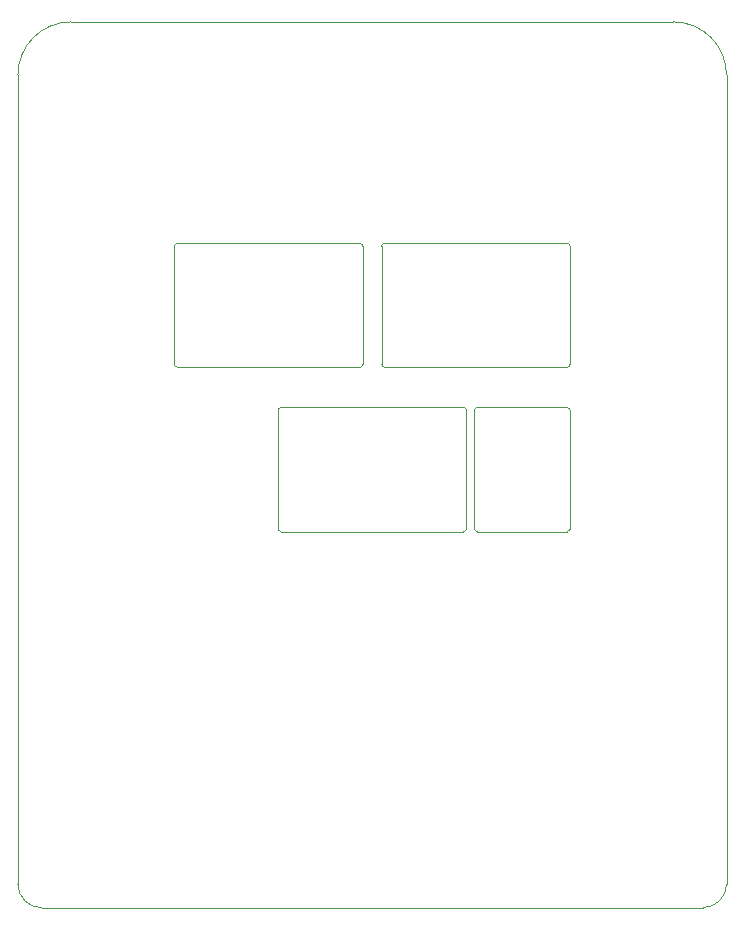
<source format=gbr>
%TF.GenerationSoftware,Altium Limited,Altium Designer,20.1.8 (145)*%
G04 Layer_Color=32896*
%FSLAX44Y44*%
%MOMM*%
%TF.SameCoordinates,602AE14E-E67F-4A72-A58A-C630FF545DDC*%
%TF.FilePolarity,Positive*%
%TF.FileFunction,Other,Mechanical_4*%
%TF.Part,Single*%
G01*
G75*
%TA.AperFunction,NonConductor*%
%ADD157C,0.0254*%
D157*
X280000Y-450000D02*
G03*
X300000Y-430000I0J20000D01*
G01*
X-300000D02*
G03*
X-280000Y-450000I20000J0D01*
G01*
X86500Y-129000D02*
G03*
X89000Y-131500I2500J0D01*
G01*
Y-26500D02*
G03*
X86500Y-29000I0J-2500D01*
G01*
X167500D02*
G03*
X165000Y-26500I-2500J0D01*
G01*
Y-131500D02*
G03*
X167500Y-129000I0J2500D01*
G01*
X-77250Y-26500D02*
G03*
X-79750Y-29000I0J-2500D01*
G01*
X79750D02*
G03*
X77250Y-26500I-2500J0D01*
G01*
X-79750Y-129000D02*
G03*
X-77250Y-131500I2500J0D01*
G01*
X77250D02*
G03*
X79750Y-129000I0J2500D01*
G01*
X300000Y255000D02*
G03*
X255000Y300000I-45000J0D01*
G01*
X-255000D02*
G03*
X-300000Y255000I0J-45000D01*
G01*
X165000Y7500D02*
G03*
X167500Y10000I0J2500D01*
G01*
X8000D02*
G03*
X10500Y7500I2500J0D01*
G01*
Y112500D02*
G03*
X8000Y110000I0J-2500D01*
G01*
X167500D02*
G03*
X165000Y112500I-2500J0D01*
G01*
X-8000Y110000D02*
G03*
X-10500Y112500I-2500J0D01*
G01*
X-165000D02*
G03*
X-167500Y110000I0J-2500D01*
G01*
Y10000D02*
G03*
X-165000Y7500I2500J0D01*
G01*
X-10500D02*
G03*
X-8000Y10000I0J2500D01*
G01*
X-300000Y-430000D02*
Y255000D01*
X-280000Y-450000D02*
X280000D01*
X300000Y-430000D02*
Y255000D01*
X167500Y-129000D02*
Y-29000D01*
X86500Y-129000D02*
Y-29000D01*
X89000Y-131500D02*
X165000D01*
X89000Y-26500D02*
X165000D01*
X79750Y-129000D02*
Y-29000D01*
X-79750Y-129000D02*
Y-29000D01*
X-77250Y-26500D02*
X77250D01*
X-77250Y-131500D02*
X77250D01*
X-255000Y300000D02*
X255000D01*
X10500Y112500D02*
X165000D01*
X8000Y10000D02*
Y110000D01*
X167500Y10000D02*
Y110000D01*
X10500Y7500D02*
X165000D01*
X-165000D02*
X-10500D01*
X-8000Y10000D02*
Y110000D01*
X-167500Y10000D02*
Y110000D01*
X-165000Y112500D02*
X-10500D01*
%TF.MD5,62bb01a25d699f136b0d54d4b06c4472*%
M02*

</source>
